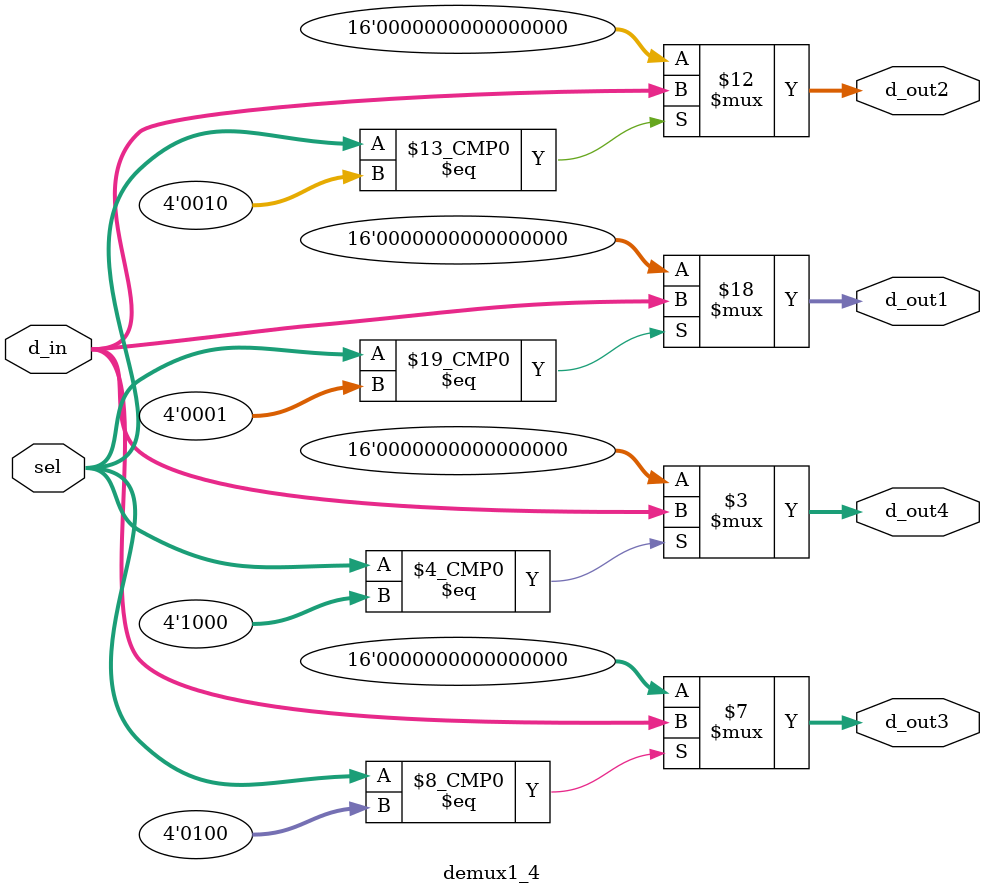
<source format=v>
`timescale 1ns / 1ps

module demux1_4#(parameter size=16)(
    input [3:0] sel,
    input [size-1:0]d_in,
    output reg [size-1:0] d_out1,
    output reg [size-1:0] d_out2,
    output reg [size-1:0] d_out3,
    output reg [size-1:0] d_out4
    );

      always @(d_in or sel)
        begin
          case(sel)
            4'b0001:
              begin
              d_out1=d_in;
              d_out2=0;
              d_out3=0;
              d_out4=0;
              end
            
            4'b0010:
              begin
                d_out1=0;
                d_out2=d_in;
                d_out3=0;
                d_out4=0;
              end
            
            4'b0100:
              begin
                d_out1=0;
                d_out2=0;
                d_out3=d_in;
                d_out4=0;
              end
            
            4'b1000:
              begin
                d_out1=0;
                d_out2=0;
                d_out3=0;
                d_out4=d_in;
              end
            default:begin
                d_out1=0;
                d_out2=0;
                d_out3=0;
                d_out4=0;
                end
          endcase   
    end
endmodule

</source>
